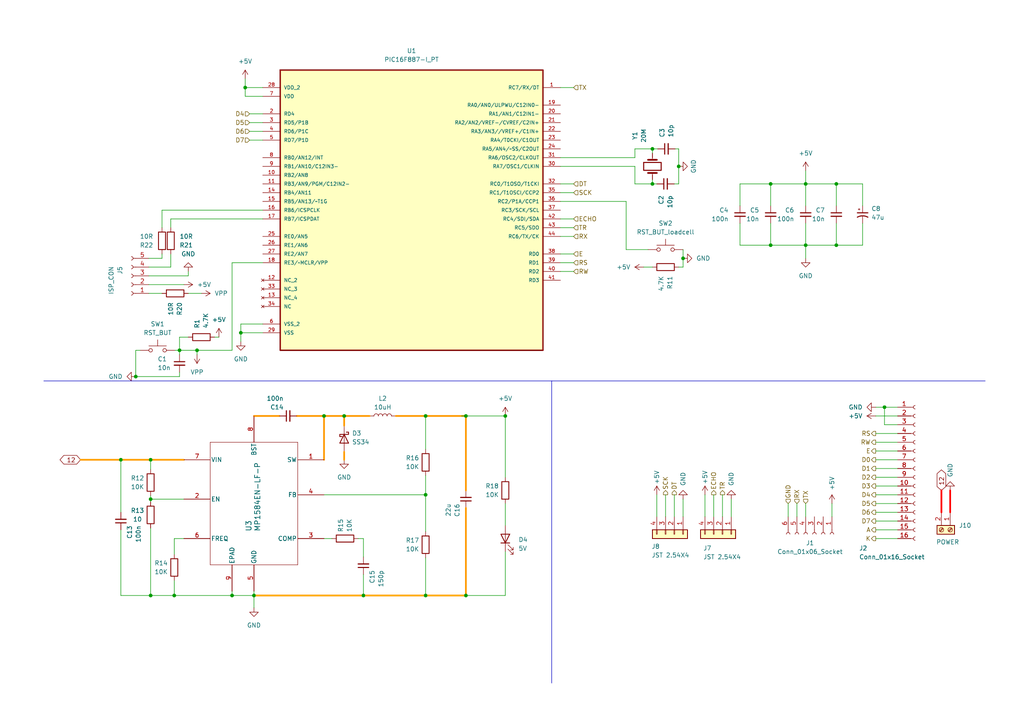
<source format=kicad_sch>
(kicad_sch (version 20231120) (generator "eeschema") (generator_version "8.0")
  (paper "A4")
  (title_block (title "PIC16F887 I/PT ") (date "2025-03-25") (comment 1 "Nguyễn ĐứC Bình") (comment 2 "Nguyễn Đức Anh") (comment 3 "PHENIKAA UNIVERSITY"))
  (lib_symbols
    (symbol "2024-04-07_04-28-10:MP1584EN-LF-P" (pin_names (offset 0.254))
      (property "Reference" "U5" (at 18.796 -20.828 90))
      (property "Value" "MP1584EN-LF-P" (at 21.336 -20.828 90))
      (symbol "MP1584EN-LF-P_0_1"
        (polyline (pts (xy 7.62 -30.48) (xy 33.02 -30.48)) (stroke (width 0.127)))
        (polyline (pts (xy 7.62 5.08) (xy 7.62 -30.48)) (stroke (width 0.127)))
        (polyline (pts (xy 33.02 -30.48) (xy 33.02 5.08)) (stroke (width 0.127)))
        (polyline (pts (xy 33.02 5.08) (xy 7.62 5.08)) (stroke (width 0.127)))
        (pin output line (at 40.64 0 180) (length 7.62) (name "SW") (number "1"))
        (pin input line (at 0 -11.43 0) (length 7.62) (name "EN") (number "2"))
        (pin output line (at 40.64 -22.86 180) (length 7.62) (name "COMP") (number "3"))
        (pin input line (at 40.64 -10.16 180) (length 7.62) (name "FB") (number "4"))
        (pin power_in line (at 20.32 -38.1 90) (length 7.62) (name "GND") (number "5"))
        (pin input line (at 0 -22.86 0) (length 7.62) (name "FREQ") (number "6"))
        (pin power_in line (at 0 0 0) (length 7.62) (name "VIN") (number "7"))
        (pin unspecified line (at 20.32 12.7 270) (length 7.62) (name "BST") (number "8"))
        (pin power_in line (at 13.97 -38.1 90) (length 7.62) (name "EPAD") (number "9"))
      )
    )
    (symbol "Connector:Conn_01x05_Socket" (pin_names (offset 1.016) hide)
      (property "Reference" "J" (at 0 7.62 0))
      (property "Value" "Conn_01x05_Socket" (at 0 -7.62 0))
      (symbol "Conn_01x05_Socket_1_1"
        (arc (start 0 -4.572) (mid -0.5058 -5.08) (end 0 -5.588) (stroke (width 0.1524)))
        (arc (start 0 -2.032) (mid -0.5058 -2.54) (end 0 -3.048) (stroke (width 0.1524)))
        (polyline (pts (xy -1.27 -5.08) (xy -0.508 -5.08)) (stroke (width 0.1524)))
        (polyline (pts (xy -1.27 -2.54) (xy -0.508 -2.54)) (stroke (width 0.1524)))
        (polyline (pts (xy -1.27 0) (xy -0.508 0)) (stroke (width 0.1524)))
        (polyline (pts (xy -1.27 2.54) (xy -0.508 2.54)) (stroke (width 0.1524)))
        (polyline (pts (xy -1.27 5.08) (xy -0.508 5.08)) (stroke (width 0.1524)))
        (arc (start 0 0.508) (mid -0.5058 0) (end 0 -0.508) (stroke (width 0.1524)))
        (arc (start 0 3.048) (mid -0.5058 2.54) (end 0 2.032) (stroke (width 0.1524)))
        (arc (start 0 5.588) (mid -0.5058 5.08) (end 0 4.572) (stroke (width 0.1524)))
        (pin passive line (at -5.08 5.08 0) (length 3.81) (name "Pin_1") (number "1"))
        (pin passive line (at -5.08 2.54 0) (length 3.81) (name "Pin_2") (number "2"))
        (pin passive line (at -5.08 0 0) (length 3.81) (name "Pin_3") (number "3"))
        (pin passive line (at -5.08 -2.54 0) (length 3.81) (name "Pin_4") (number "4"))
        (pin passive line (at -5.08 -5.08 0) (length 3.81) (name "Pin_5") (number "5"))
      )
    )
    (symbol "Connector:Conn_01x06_Socket" (pin_names (offset 1.016) hide)
      (property "Reference" "J" (at 0 7.62 0))
      (property "Value" "Conn_01x06_Socket" (at 0 -10.16 0))
      (symbol "Conn_01x06_Socket_1_1"
        (arc (start 0 -7.112) (mid -0.5058 -7.62) (end 0 -8.128) (stroke (width 0.1524)))
        (arc (start 0 -4.572) (mid -0.5058 -5.08) (end 0 -5.588) (stroke (width 0.1524)))
        (arc (start 0 -2.032) (mid -0.5058 -2.54) (end 0 -3.048) (stroke (width 0.1524)))
        (polyline (pts (xy -1.27 -7.62) (xy -0.508 -7.62)) (stroke (width 0.1524)))
        (polyline (pts (xy -1.27 -5.08) (xy -0.508 -5.08)) (stroke (width 0.1524)))
        (polyline (pts (xy -1.27 -2.54) (xy -0.508 -2.54)) (stroke (width 0.1524)))
        (polyline (pts (xy -1.27 0) (xy -0.508 0)) (stroke (width 0.1524)))
        (polyline (pts (xy -1.27 2.54) (xy -0.508 2.54)) (stroke (width 0.1524)))
        (polyline (pts (xy -1.27 5.08) (xy -0.508 5.08)) (stroke (width 0.1524)))
        (arc (start 0 0.508) (mid -0.5058 0) (end 0 -0.508) (stroke (width 0.1524)))
        (arc (start 0 3.048) (mid -0.5058 2.54) (end 0 2.032) (stroke (width 0.1524)))
        (arc (start 0 5.588) (mid -0.5058 5.08) (end 0 4.572) (stroke (width 0.1524)))
        (pin passive line (at -5.08 5.08 0) (length 3.81) (name "Pin_1") (number "1"))
        (pin passive line (at -5.08 2.54 0) (length 3.81) (name "Pin_2") (number "2"))
        (pin passive line (at -5.08 0 0) (length 3.81) (name "Pin_3") (number "3"))
        (pin passive line (at -5.08 -2.54 0) (length 3.81) (name "Pin_4") (number "4"))
        (pin passive line (at -5.08 -5.08 0) (length 3.81) (name "Pin_5") (number "5"))
        (pin passive line (at -5.08 -7.62 0) (length 3.81) (name "Pin_6") (number "6"))
      )
    )
    (symbol "Connector:Conn_01x16_Socket" (pin_names (offset 1.016) hide)
      (property "Reference" "J" (at 0 20.32 0))
      (property "Value" "Conn_01x16_Socket" (at 0 -22.86 0))
      (symbol "Conn_01x16_Socket_1_1"
        (arc (start 0 -19.812) (mid -0.5058 -20.32) (end 0 -20.828) (stroke (width 0.1524)))
        (arc (start 0 -17.272) (mid -0.5058 -17.78) (end 0 -18.288) (stroke (width 0.1524)))
        (arc (start 0 -14.732) (mid -0.5058 -15.24) (end 0 -15.748) (stroke (width 0.1524)))
        (arc (start 0 -12.192) (mid -0.5058 -12.7) (end 0 -13.208) (stroke (width 0.1524)))
        (arc (start 0 -9.652) (mid -0.5058 -10.16) (end 0 -10.668) (stroke (width 0.1524)))
        (arc (start 0 -7.112) (mid -0.5058 -7.62) (end 0 -8.128) (stroke (width 0.1524)))
        (arc (start 0 -4.572) (mid -0.5058 -5.08) (end 0 -5.588) (stroke (width 0.1524)))
        (arc (start 0 -2.032) (mid -0.5058 -2.54) (end 0 -3.048) (stroke (width 0.1524)))
        (polyline (pts (xy -1.27 -20.32) (xy -0.508 -20.32)) (stroke (width 0.1524)))
        (polyline (pts (xy -1.27 -17.78) (xy -0.508 -17.78)) (stroke (width 0.1524)))
        (polyline (pts (xy -1.27 -15.24) (xy -0.508 -15.24)) (stroke (width 0.1524)))
        (polyline (pts (xy -1.27 -12.7) (xy -0.508 -12.7)) (stroke (width 0.1524)))
        (polyline (pts (xy -1.27 -10.16) (xy -0.508 -10.16)) (stroke (width 0.1524)))
        (polyline (pts (xy -1.27 -7.62) (xy -0.508 -7.62)) (stroke (width 0.1524)))
        (polyline (pts (xy -1.27 -5.08) (xy -0.508 -5.08)) (stroke (width 0.1524)))
        (polyline (pts (xy -1.27 -2.54) (xy -0.508 -2.54)) (stroke (width 0.1524)))
        (polyline (pts (xy -1.27 0) (xy -0.508 0)) (stroke (width 0.1524)))
        (polyline (pts (xy -1.27 2.54) (xy -0.508 2.54)) (stroke (width 0.1524)))
        (polyline (pts (xy -1.27 5.08) (xy -0.508 5.08)) (stroke (width 0.1524)))
        (polyline (pts (xy -1.27 7.62) (xy -0.508 7.62)) (stroke (width 0.1524)))
        (polyline (pts (xy -1.27 10.16) (xy -0.508 10.16)) (stroke (width 0.1524)))
        (polyline (pts (xy -1.27 12.7) (xy -0.508 12.7)) (stroke (width 0.1524)))
        (polyline (pts (xy -1.27 15.24) (xy -0.508 15.24)) (stroke (width 0.1524)))
        (polyline (pts (xy -1.27 17.78) (xy -0.508 17.78)) (stroke (width 0.1524)))
        (arc (start 0 0.508) (mid -0.5058 0) (end 0 -0.508) (stroke (width 0.1524)))
        (arc (start 0 3.048) (mid -0.5058 2.54) (end 0 2.032) (stroke (width 0.1524)))
        (arc (start 0 5.588) (mid -0.5058 5.08) (end 0 4.572) (stroke (width 0.1524)))
        (arc (start 0 8.128) (mid -0.5058 7.62) (end 0 7.112) (stroke (width 0.1524)))
        (arc (start 0 10.668) (mid -0.5058 10.16) (end 0 9.652) (stroke (width 0.1524)))
        (arc (start 0 13.208) (mid -0.5058 12.7) (end 0 12.192) (stroke (width 0.1524)))
        (arc (start 0 15.748) (mid -0.5058 15.24) (end 0 14.732) (stroke (width 0.1524)))
        (arc (start 0 18.288) (mid -0.5058 17.78) (end 0 17.272) (stroke (width 0.1524)))
        (pin passive line (at -5.08 17.78 0) (length 3.81) (name "Pin_1") (number "1"))
        (pin passive line (at -5.08 -5.08 0) (length 3.81) (name "Pin_10") (number "10"))
        (pin passive line (at -5.08 -7.62 0) (length 3.81) (name "Pin_11") (number "11"))
        (pin passive line (at -5.08 -10.16 0) (length 3.81) (name "Pin_12") (number "12"))
        (pin passive line (at -5.08 -12.7 0) (length 3.81) (name "Pin_13") (number "13"))
        (pin passive line (at -5.08 -15.24 0) (length 3.81) (name "Pin_14") (number "14"))
        (pin passive line (at -5.08 -17.78 0) (length 3.81) (name "Pin_15") (number "15"))
        (pin passive line (at -5.08 -20.32 0) (length 3.81) (name "Pin_16") (number "16"))
        (pin passive line (at -5.08 15.24 0) (length 3.81) (name "Pin_2") (number "2"))
        (pin passive line (at -5.08 12.7 0) (length 3.81) (name "Pin_3") (number "3"))
        (pin passive line (at -5.08 10.16 0) (length 3.81) (name "Pin_4") (number "4"))
        (pin passive line (at -5.08 7.62 0) (length 3.81) (name "Pin_5") (number "5"))
        (pin passive line (at -5.08 5.08 0) (length 3.81) (name "Pin_6") (number "6"))
        (pin passive line (at -5.08 2.54 0) (length 3.81) (name "Pin_7") (number "7"))
        (pin passive line (at -5.08 0 0) (length 3.81) (name "Pin_8") (number "8"))
        (pin passive line (at -5.08 -2.54 0) (length 3.81) (name "Pin_9") (number "9"))
      )
    )
    (symbol "Connector:Screw_Terminal_01x02" (pin_names (offset 1.016) hide)
      (property "Reference" "J" (at 0 2.54 0))
      (property "Value" "Screw_Terminal_01x02" (at 0 -5.08 0))
      (symbol "Screw_Terminal_01x02_1_1"
        (rectangle (start -1.27 1.27) (end 1.27 -3.81) (stroke (width 0.254)) (fill (type background)))
        (circle (center 0 -2.54) (radius 0.635) (stroke (width 0.1524)))
        (polyline (pts (xy -0.5334 -2.2098) (xy 0.3302 -3.048)) (stroke (width 0.1524)))
        (polyline (pts (xy -0.5334 0.3302) (xy 0.3302 -0.508)) (stroke (width 0.1524)))
        (polyline (pts (xy -0.3556 -2.032) (xy 0.508 -2.8702)) (stroke (width 0.1524)))
        (polyline (pts (xy -0.3556 0.508) (xy 0.508 -0.3302)) (stroke (width 0.1524)))
        (circle (center 0 0) (radius 0.635) (stroke (width 0.1524)))
        (pin passive line (at -5.08 0 0) (length 3.81) (name "Pin_1") (number "1"))
        (pin passive line (at -5.08 -2.54 0) (length 3.81) (name "Pin_2") (number "2"))
      )
    )
    (symbol "Connector_Generic:Conn_01x04" (pin_names (offset 1.016) hide)
      (property "Reference" "J" (at 0 5.08 0))
      (property "Value" "Conn_01x04" (at 0 -7.62 0))
      (symbol "Conn_01x04_1_1"
        (rectangle (start -1.27 -4.953) (end 0 -5.207) (stroke (width 0.1524)))
        (rectangle (start -1.27 -2.413) (end 0 -2.667) (stroke (width 0.1524)))
        (rectangle (start -1.27 0.127) (end 0 -0.127) (stroke (width 0.1524)))
        (rectangle (start -1.27 2.667) (end 0 2.413) (stroke (width 0.1524)))
        (rectangle (start -1.27 3.81) (end 1.27 -6.35) (stroke (width 0.254)) (fill (type background)))
        (pin passive line (at -5.08 2.54 0) (length 3.81) (name "Pin_1") (number "1"))
        (pin passive line (at -5.08 0 0) (length 3.81) (name "Pin_2") (number "2"))
        (pin passive line (at -5.08 -2.54 0) (length 3.81) (name "Pin_3") (number "3"))
        (pin passive line (at -5.08 -5.08 0) (length 3.81) (name "Pin_4") (number "4"))
      )
    )
    (symbol "Device:C_Polarized_Small_US" (pin_numbers hide) (pin_names (offset 0.254) hide)
      (property "Reference" "C" (at 0.254 1.778 0))
      (property "Value" "C_Polarized_Small_US" (at 0.254 -2.032 0))
      (symbol "C_Polarized_Small_US_0_1"
        (polyline (pts (xy -1.524 0.508) (xy 1.524 0.508)) (stroke (width 0.3048)))
        (polyline (pts (xy -1.27 1.524) (xy -0.762 1.524)))
        (polyline (pts (xy -1.016 1.27) (xy -1.016 1.778)))
        (arc (start 1.524 -0.762) (mid 0 -0.3734) (end -1.524 -0.762) (stroke (width 0.3048)))
      )
      (symbol "C_Polarized_Small_US_1_1"
        (pin passive line (at 0 2.54 270) (length 2.032) (name "~") (number "1"))
        (pin passive line (at 0 -2.54 90) (length 2.032) (name "~") (number "2"))
      )
    )
    (symbol "Device:C_Small" (pin_numbers hide) (pin_names (offset 0.254) hide)
      (property "Reference" "C" (at 0.254 1.778 0))
      (property "Value" "C_Small" (at 0.254 -2.032 0))
      (symbol "C_Small_0_1"
        (polyline (pts (xy -1.524 -0.508) (xy 1.524 -0.508)) (stroke (width 0.3302)))
        (polyline (pts (xy -1.524 0.508) (xy 1.524 0.508)) (stroke (width 0.3048)))
      )
      (symbol "C_Small_1_1"
        (pin passive line (at 0 2.54 270) (length 2.032) (name "~") (number "1"))
        (pin passive line (at 0 -2.54 90) (length 2.032) (name "~") (number "2"))
      )
    )
    (symbol "Device:Crystal" (pin_numbers hide) (pin_names (offset 1.016) hide)
      (property "Reference" "Y" (at 0 3.81 0))
      (property "Value" "Crystal" (at 0 -3.81 0))
      (symbol "Crystal_0_1"
        (rectangle (start -1.143 2.54) (end 1.143 -2.54) (stroke (width 0.3048)))
        (polyline (pts (xy -2.54 0) (xy -1.905 0)))
        (polyline (pts (xy -1.905 -1.27) (xy -1.905 1.27)) (stroke (width 0.508)))
        (polyline (pts (xy 1.905 -1.27) (xy 1.905 1.27)) (stroke (width 0.508)))
        (polyline (pts (xy 2.54 0) (xy 1.905 0)))
      )
      (symbol "Crystal_1_1"
        (pin passive line (at -3.81 0 0) (length 1.27) (name "1") (number "1"))
        (pin passive line (at 3.81 0 180) (length 1.27) (name "2") (number "2"))
      )
    )
    (symbol "Device:L" (pin_numbers hide) (pin_names (offset 1.016) hide)
      (property "Reference" "L" (at -1.27 0 90))
      (property "Value" "L" (at 1.905 0 90))
      (symbol "L_0_1"
        (arc (start 0 -2.54) (mid 0.6323 -1.905) (end 0 -1.27))
        (arc (start 0 -1.27) (mid 0.6323 -0.635) (end 0 0))
        (arc (start 0 0) (mid 0.6323 0.635) (end 0 1.27))
        (arc (start 0 1.27) (mid 0.6323 1.905) (end 0 2.54))
      )
      (symbol "L_1_1"
        (pin passive line (at 0 3.81 270) (length 1.27) (name "1") (number "1"))
        (pin passive line (at 0 -3.81 90) (length 1.27) (name "2") (number "2"))
      )
    )
    (symbol "Device:LED" (pin_numbers hide) (pin_names (offset 1.016) hide)
      (property "Reference" "D" (at 0 2.54 0))
      (property "Value" "LED" (at 0 -2.54 0))
      (symbol "LED_0_1"
        (polyline (pts (xy -1.27 -1.27) (xy -1.27 1.27)) (stroke (width 0.254)))
        (polyline (pts (xy -1.27 0) (xy 1.27 0)))
        (polyline (pts (xy 1.27 -1.27) (xy 1.27 1.27) (xy -1.27 0) (xy 1.27 -1.27)) (stroke (width 0.254)))
        (polyline (pts (xy -3.048 -0.762) (xy -4.572 -2.286) (xy -3.81 -2.286) (xy -4.572 -2.286) (xy -4.572 -1.524)))
        (polyline (pts (xy -1.778 -0.762) (xy -3.302 -2.286) (xy -2.54 -2.286) (xy -3.302 -2.286) (xy -3.302 -1.524)))
      )
      (symbol "LED_1_1"
        (pin passive line (at -3.81 0 0) (length 2.54) (name "K") (number "1"))
        (pin passive line (at 3.81 0 180) (length 2.54) (name "A") (number "2"))
      )
    )
    (symbol "Device:R" (pin_numbers hide) (pin_names (offset 0))
      (property "Reference" "R" (at 2.032 0 90))
      (property "Value" "R" (at 0 0 90))
      (symbol "R_0_1"
        (rectangle (start -1.016 -2.54) (end 1.016 2.54) (stroke (width 0.254)))
      )
      (symbol "R_1_1"
        (pin passive line (at 0 3.81 270) (length 1.27) (name "~") (number "1"))
        (pin passive line (at 0 -3.81 90) (length 1.27) (name "~") (number "2"))
      )
    )
    (symbol "Diode:1N5711UR" (pin_numbers hide) (pin_names (offset 1.016) hide)
      (property "Reference" "D" (at 0 2.54 0))
      (property "Value" "1N5711UR" (at 0 -2.54 0))
      (symbol "1N5711UR_0_1"
        (polyline (pts (xy 1.27 0) (xy -1.27 0)))
        (polyline (pts (xy 1.27 1.27) (xy 1.27 -1.27) (xy -1.27 0) (xy 1.27 1.27)) (stroke (width 0.254)))
        (polyline (pts (xy -1.905 0.635) (xy -1.905 1.27) (xy -1.27 1.27) (xy -1.27 -1.27) (xy -0.635 -1.27) (xy -0.635 -0.635)) (stroke (width 0.254)))
      )
      (symbol "1N5711UR_1_1"
        (pin passive line (at -3.81 0 0) (length 2.54) (name "K") (number "1"))
        (pin passive line (at 3.81 0 180) (length 2.54) (name "A") (number "2"))
      )
    )
    (symbol "GND_1" (power) (pin_numbers hide) (pin_names (offset 0) hide)
      (property "Value" "GND" (at 0 -3.81 0))
      (symbol "GND_1_0_1"
        (polyline (pts (xy 0 0) (xy 0 -1.27) (xy 1.27 -1.27) (xy 0 -2.54) (xy -1.27 -1.27) (xy 0 -1.27)))
      )
      (symbol "GND_1_1_1"
        (pin power_in line (at 0 0 270) (length 0) (name "~") (number "1"))
      )
    )
    (symbol "PIC16F887-I_PT:PIC16F887-I_PT" (pin_names (offset 1.016))
      (property "Reference" "U" (at -6.8716 40.1864 0))
      (property "Value" "PIC16F887-I_PT" (at -5.6667 -46.9087 0))
      (symbol "PIC16F887-I_PT_0_0"
        (rectangle (start -38.1 -43.18) (end 38.1 38.1) (stroke (width 0.4064)) (fill (type background)))
        (pin bidirectional line (at 43.18 33.02 180) (length 5.08) (name "RC7/RX/DT") (number "1"))
        (pin bidirectional line (at -43.18 7.62 0) (length 5.08) (name "RB2/AN8") (number "10"))
        (pin bidirectional line (at -43.18 5.08 0) (length 5.08) (name "RB3/AN9/PGM/C12IN2-") (number "11"))
        (pin no_connect line (at -43.18 -22.86 0) (length 5.08) (name "NC_2") (number "12"))
        (pin no_connect line (at -43.18 -27.94 0) (length 5.08) (name "NC_4") (number "13"))
        (pin bidirectional line (at -43.18 2.54 0) (length 5.08) (name "RB4/AN11") (number "14"))
        (pin bidirectional line (at -43.18 0 0) (length 5.08) (name "RB5/AN13/~T1G") (number "15"))
        (pin bidirectional line (at -43.18 -2.54 0) (length 5.08) (name "RB6/ICSPCLK") (number "16"))
        (pin bidirectional line (at -43.18 -5.08 0) (length 5.08) (name "RB7/ICSPDAT") (number "17"))
        (pin bidirectional line (at -43.18 -17.78 0) (length 5.08) (name "RE3/~MCLR/VPP") (number "18"))
        (pin bidirectional line (at 43.18 27.94 180) (length 5.08) (name "RA0/AN0/ULPWU/C12IN0-") (number "19"))
        (pin bidirectional line (at -43.18 25.4 0) (length 5.08) (name "RD4") (number "2"))
        (pin bidirectional line (at 43.18 25.4 180) (length 5.08) (name "RA1/AN1/C12IN1-") (number "20"))
        (pin bidirectional line (at 43.18 22.86 180) (length 5.08) (name "RA2/AN2/VREF-/CVREF/C2IN+") (number "21"))
        (pin bidirectional line (at 43.18 20.32 180) (length 5.08) (name "RA3/AN3//VREF+/C1IN+") (number "22"))
        (pin bidirectional line (at 43.18 17.78 180) (length 5.08) (name "RA4/T0CKI/C1OUT") (number "23"))
        (pin bidirectional line (at 43.18 15.24 180) (length 5.08) (name "RA5/AN4/~SS/C2OUT") (number "24"))
        (pin bidirectional line (at -43.18 -10.16 0) (length 5.08) (name "RE0/AN5") (number "25"))
        (pin bidirectional line (at -43.18 -12.7 0) (length 5.08) (name "RE1/AN6") (number "26"))
        (pin bidirectional line (at -43.18 -15.24 0) (length 5.08) (name "RE2/AN7") (number "27"))
        (pin power_in line (at -43.18 33.02 0) (length 5.08) (name "VDD_2") (number "28"))
        (pin passive line (at -43.18 -38.1 0) (length 5.08) (name "VSS") (number "29"))
        (pin bidirectional line (at -43.18 22.86 0) (length 5.08) (name "RD5/P1B") (number "3"))
        (pin bidirectional line (at 43.18 10.16 180) (length 5.08) (name "RA7/OSC1/CLKIN") (number "30"))
        (pin bidirectional line (at 43.18 12.7 180) (length 5.08) (name "RA6/OSC2/CLKOUT") (number "31"))
        (pin bidirectional line (at 43.18 5.08 180) (length 5.08) (name "RC0/T1OSO/T1CKI") (number "32"))
        (pin no_connect line (at -43.18 -25.4 0) (length 5.08) (name "NC_3") (number "33"))
        (pin no_connect line (at -43.18 -30.48 0) (length 5.08) (name "NC") (number "34"))
        (pin bidirectional line (at 43.18 2.54 180) (length 5.08) (name "RC1/T1OSCI/CCP2") (number "35"))
        (pin bidirectional line (at 43.18 0 180) (length 5.08) (name "RC2/P1A/CCP1") (number "36"))
        (pin bidirectional line (at 43.18 -2.54 180) (length 5.08) (name "RC3/SCK/SCL") (number "37"))
        (pin bidirectional line (at 43.18 -15.24 180) (length 5.08) (name "RD0") (number "38"))
        (pin bidirectional line (at 43.18 -17.78 180) (length 5.08) (name "RD1") (number "39"))
        (pin bidirectional line (at -43.18 20.32 0) (length 5.08) (name "RD6/P1C") (number "4"))
        (pin bidirectional line (at 43.18 -20.32 180) (length 5.08) (name "RD2") (number "40"))
        (pin bidirectional line (at 43.18 -22.86 180) (length 5.08) (name "RD3") (number "41"))
        (pin bidirectional line (at 43.18 -5.08 180) (length 5.08) (name "RC4/SDI/SDA") (number "42"))
        (pin bidirectional line (at 43.18 -7.62 180) (length 5.08) (name "RC5/SDO") (number "43"))
        (pin bidirectional line (at 43.18 -10.16 180) (length 5.08) (name "RC6/TX/CK") (number "44"))
        (pin bidirectional line (at -43.18 17.78 0) (length 5.08) (name "RD7/P1D") (number "5"))
        (pin passive line (at -43.18 -35.56 0) (length 5.08) (name "VSS_2") (number "6"))
        (pin power_in line (at -43.18 30.48 0) (length 5.08) (name "VDD") (number "7"))
        (pin bidirectional line (at -43.18 12.7 0) (length 5.08) (name "RB0/AN12/INT") (number "8"))
        (pin bidirectional line (at -43.18 10.16 0) (length 5.08) (name "RB1/AN10/C12IN3-") (number "9"))
      )
    )
    (symbol "Switch:SW_Push" (pin_numbers hide) (pin_names (offset 1.016) hide)
      (property "Reference" "SW" (at 1.27 2.54 0))
      (property "Value" "SW_Push" (at 0 -1.524 0))
      (symbol "SW_Push_0_1"
        (circle (center -2.032 0) (radius 0.508))
        (polyline (pts (xy 0 1.27) (xy 0 3.048)))
        (polyline (pts (xy 2.54 1.27) (xy -2.54 1.27)))
        (circle (center 2.032 0) (radius 0.508))
        (pin passive line (at -5.08 0 0) (length 2.54) (name "1") (number "1"))
        (pin passive line (at 5.08 0 180) (length 2.54) (name "2") (number "2"))
      )
    )
    (symbol "power:+5V" (power) (pin_names (offset 0))
      (property "Value" "+5V" (at 0 3.556 0))
      (symbol "+5V_0_1"
        (polyline (pts (xy -0.762 1.27) (xy 0 2.54)))
        (polyline (pts (xy 0 0) (xy 0 2.54)))
        (polyline (pts (xy 0 2.54) (xy 0.762 1.27)))
      )
      (symbol "+5V_1_1"
        (pin power_in line (at 0 0 90) (length 0) hide (name "+5V") (number "1"))
      )
    )
    (symbol "power:GND" (power) (pin_names (offset 0))
      (property "Value" "GND" (at 0 -3.81 0))
      (symbol "GND_0_1"
        (polyline (pts (xy 0 0) (xy 0 -1.27) (xy 1.27 -1.27) (xy 0 -2.54) (xy -1.27 -1.27) (xy 0 -1.27)))
      )
      (symbol "GND_1_1"
        (pin power_in line (at 0 0 270) (length 0) hide (name "GND") (number "1"))
      )
    )
    (symbol "power:VPP" (power) (pin_names (offset 0))
      (property "Value" "VPP" (at 0 3.81 0))
      (symbol "VPP_0_1"
        (polyline (pts (xy -0.762 1.27) (xy 0 2.54)))
        (polyline (pts (xy 0 0) (xy 0 2.54)))
        (polyline (pts (xy 0 2.54) (xy 0.762 1.27)))
      )
      (symbol "VPP_1_1"
        (pin power_in line (at 0 0 90) (length 0) hide (name "VPP") (number "1"))
      )
    )
  )
  (junction (at 50.546 172.72))
  (junction (at 71.12 25.4))
  (junction (at 123.444 172.72))
  (junction (at 43.688 133.35))
  (junction (at 223.52 53.34))
  (junction (at 256.54 118.11))
  (junction (at 93.98 120.65))
  (junction (at 223.52 71.12))
  (junction (at 57.15 101.6))
  (junction (at 43.688 172.72))
  (junction (at 35.052 133.35))
  (junction (at 99.822 120.65))
  (junction (at 242.57 71.12))
  (junction (at 189.23 53.34))
  (junction (at 39.37 109.22))
  (junction (at 146.558 120.65))
  (junction (at 52.07 101.6))
  (junction (at 196.85 48.26))
  (junction (at 123.444 120.65))
  (junction (at 69.85 96.52))
  (junction (at 242.57 53.34))
  (junction (at 43.688 144.78))
  (junction (at 135.128 172.72))
  (junction (at 233.68 53.34))
  (junction (at 233.68 71.12))
  (junction (at 135.128 120.65))
  (junction (at 189.23 43.18))
  (junction (at 67.31 172.72))
  (junction (at 123.444 143.51))
  (junction (at 198.12 74.93))
  (junction (at 105.41 172.72))
  (junction (at 73.66 172.72))
  (wire (pts (xy 254 120.65) (xy 260.35 120.65)))
  (wire (pts (xy 162.56 48.26) (xy 184.15 48.26)))
  (wire (pts (xy 190.754 43.18) (xy 189.23 43.18)))
  (wire (pts (xy 250.19 53.34) (xy 250.19 59.69)))
  (polyline (pts (xy 160.02 110.49) (xy 160.02 198.12)) (stroke (width 0) (type solid)))
  (wire (pts (xy 49.53 77.47) (xy 49.53 73.66)))
  (wire (pts (xy 233.68 64.77) (xy 233.68 71.12)))
  (wire (pts (xy 43.688 143.764) (xy 43.688 144.78)))
  (wire (pts (xy 162.56 66.04) (xy 166.37 66.04)))
  (wire (pts (xy 69.85 96.52) (xy 69.85 99.06)))
  (wire (pts (xy 52.07 101.6) (xy 52.07 102.87)))
  (wire (pts (xy 69.85 96.52) (xy 76.2 96.52)))
  (wire (pts (xy 99.822 120.65) (xy 107.188 120.65)) (stroke (width 0.5) (color 255 153 0 1)))
  (wire (pts (xy 67.31 171.45) (xy 67.31 172.72)))
  (wire (pts (xy 242.57 71.12) (xy 250.19 71.12)))
  (wire (pts (xy 39.37 101.6) (xy 39.37 109.22)))
  (wire (pts (xy 73.66 120.65) (xy 81.026 120.65)) (stroke (width 0.5) (color 255 153 0 1)))
  (wire (pts (xy 212.09 144.78) (xy 212.09 149.86)))
  (wire (pts (xy 162.56 45.72) (xy 184.15 45.72)))
  (wire (pts (xy 162.56 68.58) (xy 166.37 68.58)))
  (wire (pts (xy 254 143.51) (xy 260.35 143.51)))
  (wire (pts (xy 196.85 53.34) (xy 195.58 53.34)))
  (wire (pts (xy 53.34 144.78) (xy 43.688 144.78)))
  (wire (pts (xy 50.546 172.72) (xy 67.31 172.72)))
  (wire (pts (xy 254 128.27) (xy 260.35 128.27)))
  (wire (pts (xy 241.3 146.05) (xy 241.3 149.86)))
  (wire (pts (xy 123.444 143.51) (xy 123.444 154.178)))
  (wire (pts (xy 198.12 72.39) (xy 198.12 74.93)))
  (wire (pts (xy 69.85 93.98) (xy 69.85 96.52)))
  (wire (pts (xy 223.52 53.34) (xy 223.52 59.69)))
  (wire (pts (xy 46.99 74.93) (xy 46.99 73.66)))
  (wire (pts (xy 256.54 118.11) (xy 260.35 118.11)))
  (wire (pts (xy 184.15 53.34) (xy 189.23 53.34)))
  (wire (pts (xy 254 133.35) (xy 260.35 133.35)))
  (wire (pts (xy 46.99 66.04) (xy 46.99 60.96)))
  (wire (pts (xy 105.41 166.624) (xy 105.41 172.72)))
  (wire (pts (xy 114.808 120.65) (xy 123.444 120.65)) (stroke (width 0.5) (color 255 153 0 1)))
  (wire (pts (xy 242.57 53.34) (xy 242.57 59.69)))
  (wire (pts (xy 233.68 71.12) (xy 242.57 71.12)))
  (wire (pts (xy 254 146.05) (xy 260.35 146.05)))
  (wire (pts (xy 72.39 33.02) (xy 76.2 33.02)))
  (wire (pts (xy 190.5 143.51) (xy 190.5 149.86)))
  (wire (pts (xy 99.822 131.064) (xy 99.822 133.35)) (stroke (width 0.5) (color 255 153 0 1)))
  (wire (pts (xy 43.688 172.72) (xy 50.546 172.72)))
  (wire (pts (xy 146.558 120.65) (xy 146.558 138.43)))
  (wire (pts (xy 162.56 25.4) (xy 166.37 25.4)))
  (wire (pts (xy 93.98 156.21) (xy 96.266 156.21)))
  (wire (pts (xy 214.63 64.77) (xy 214.63 71.12)))
  (wire (pts (xy 50.8 101.6) (xy 52.07 101.6)))
  (wire (pts (xy 50.546 160.782) (xy 50.546 156.21)))
  (wire (pts (xy 181.61 58.42) (xy 162.56 58.42)))
  (wire (pts (xy 54.61 80.01) (xy 43.18 80.01)))
  (wire (pts (xy 184.15 48.26) (xy 184.15 53.34)))
  (wire (pts (xy 189.23 44.45) (xy 189.23 43.18)))
  (wire (pts (xy 198.12 74.93) (xy 198.12 77.47)))
  (wire (pts (xy 39.37 101.6) (xy 40.64 101.6)))
  (wire (pts (xy 71.12 27.94) (xy 76.2 27.94)))
  (wire (pts (xy 189.23 53.34) (xy 189.23 52.07)))
  (wire (pts (xy 254 151.13) (xy 260.35 151.13)))
  (wire (pts (xy 133.858 120.65) (xy 135.128 120.65)))
  (wire (pts (xy 49.53 77.47) (xy 43.18 77.47)))
  (wire (pts (xy 214.63 71.12) (xy 223.52 71.12)))
  (wire (pts (xy 254 153.67) (xy 260.35 153.67)))
  (wire (pts (xy 43.688 144.78) (xy 43.688 145.542)))
  (wire (pts (xy 228.6 146.05) (xy 228.6 149.86)))
  (wire (pts (xy 105.41 156.21) (xy 105.41 161.544)))
  (wire (pts (xy 187.96 72.39) (xy 181.61 72.39)))
  (wire (pts (xy 273.05 142.24) (xy 273.05 148.59)) (stroke (width 0.5) (color 255 0 0 1)))
  (wire (pts (xy 57.15 101.6) (xy 57.15 102.87)))
  (wire (pts (xy 123.444 130.302) (xy 123.444 120.65)))
  (wire (pts (xy 193.04 143.51) (xy 193.04 149.86)))
  (wire (pts (xy 162.56 63.5) (xy 166.37 63.5)))
  (wire (pts (xy 35.052 133.35) (xy 43.688 133.35)) (stroke (width 0.5) (color 255 153 0 1)))
  (wire (pts (xy 43.688 133.35) (xy 53.34 133.35)) (stroke (width 0.5) (color 255 153 0 1)))
  (wire (pts (xy 162.56 73.66) (xy 166.37 73.66)))
  (wire (pts (xy 275.59 142.24) (xy 275.59 148.59)) (stroke (width 0.5) (color 255 0 0 1)))
  (wire (pts (xy 67.31 76.2) (xy 76.2 76.2)))
  (wire (pts (xy 67.31 101.6) (xy 67.31 76.2)))
  (wire (pts (xy 52.07 97.79) (xy 52.07 101.6)))
  (wire (pts (xy 198.12 144.78) (xy 198.12 149.86)))
  (wire (pts (xy 250.19 64.77) (xy 250.19 71.12)))
  (wire (pts (xy 73.66 172.72) (xy 73.66 176.276)))
  (wire (pts (xy 254 156.21) (xy 260.35 156.21)))
  (wire (pts (xy 53.34 82.55) (xy 43.18 82.55)))
  (wire (pts (xy 49.53 63.5) (xy 76.2 63.5)))
  (wire (pts (xy 123.444 172.72) (xy 135.128 172.72)) (stroke (width 0.5) (color 255 153 0 1)))
  (wire (pts (xy 57.15 101.6) (xy 67.31 101.6)))
  (wire (pts (xy 35.052 148.59) (xy 35.052 133.35)))
  (wire (pts (xy 254 140.97) (xy 260.35 140.97)))
  (wire (pts (xy 72.39 40.64) (xy 76.2 40.64)))
  (wire (pts (xy 93.98 120.65) (xy 93.98 133.35)) (stroke (width 0.5) (color 255 153 0 1)))
  (wire (pts (xy 162.56 55.88) (xy 166.37 55.88)))
  (wire (pts (xy 146.558 160.02) (xy 146.558 172.72)))
  (wire (pts (xy 214.63 53.34) (xy 223.52 53.34)))
  (wire (pts (xy 233.68 71.12) (xy 233.68 74.93)))
  (wire (pts (xy 254 138.43) (xy 260.35 138.43)))
  (wire (pts (xy 73.66 171.45) (xy 73.66 172.72)))
  (wire (pts (xy 35.052 153.67) (xy 35.052 172.72)))
  (wire (pts (xy 135.128 120.65) (xy 135.128 142.24)) (stroke (width 0.5) (color 255 153 0 1)))
  (wire (pts (xy 52.07 109.22) (xy 52.07 107.95)))
  (wire (pts (xy 162.56 53.34) (xy 166.37 53.34)))
  (wire (pts (xy 39.37 109.22) (xy 52.07 109.22)))
  (wire (pts (xy 62.23 97.79) (xy 63.5 97.79)))
  (wire (pts (xy 52.07 101.6) (xy 57.15 101.6)))
  (wire (pts (xy 123.444 161.798) (xy 123.444 172.72)))
  (polyline (pts (xy 12.7 110.49) (xy 285.75 110.49)))
  (wire (pts (xy 71.12 22.86) (xy 71.12 25.4)))
  (wire (pts (xy 207.01 143.51) (xy 207.01 149.86)))
  (wire (pts (xy 242.57 64.77) (xy 242.57 71.12)))
  (wire (pts (xy 73.66 172.72) (xy 105.41 172.72)) (stroke (width 0.5) (color 255 153 0 1)))
  (wire (pts (xy 86.106 120.65) (xy 93.98 120.65)) (stroke (width 0.5) (color 255 153 0 1)))
  (wire (pts (xy 46.99 60.96) (xy 76.2 60.96)))
  (wire (pts (xy 184.15 45.72) (xy 184.15 43.18)))
  (wire (pts (xy 254 135.89) (xy 260.35 135.89)))
  (wire (pts (xy 223.52 71.12) (xy 233.68 71.12)))
  (wire (pts (xy 196.85 43.18) (xy 196.85 48.26)))
  (wire (pts (xy 103.886 156.21) (xy 105.41 156.21)))
  (wire (pts (xy 99.822 120.65) (xy 99.822 123.444)) (stroke (width 0.5) (color 255 153 0 1)))
  (wire (pts (xy 50.546 156.21) (xy 53.34 156.21)))
  (wire (pts (xy 72.39 38.1) (xy 76.2 38.1)))
  (wire (pts (xy 214.63 53.34) (xy 214.63 59.69)))
  (wire (pts (xy 254 148.59) (xy 260.35 148.59)))
  (wire (pts (xy 186.69 77.47) (xy 189.23 77.47)))
  (wire (pts (xy 43.688 153.162) (xy 43.688 172.72)))
  (wire (pts (xy 231.14 146.05) (xy 231.14 149.86)))
  (wire (pts (xy 123.444 120.65) (xy 135.128 120.65)) (stroke (width 0.5) (color 255 153 0 1)))
  (wire (pts (xy 254 130.81) (xy 260.35 130.81)))
  (wire (pts (xy 135.128 147.32) (xy 135.128 172.72)) (stroke (width 0.5) (color 255 153 0 1)))
  (wire (pts (xy 195.834 43.18) (xy 196.85 43.18)))
  (wire (pts (xy 71.12 25.4) (xy 71.12 27.94)))
  (wire (pts (xy 233.68 49.53) (xy 233.68 53.34)))
  (wire (pts (xy 93.98 120.65) (xy 99.822 120.65)) (stroke (width 0.5) (color 255 153 0 1)))
  (wire (pts (xy 181.61 72.39) (xy 181.61 58.42)))
  (wire (pts (xy 135.128 120.65) (xy 146.558 120.65)))
  (wire (pts (xy 72.39 35.56) (xy 76.2 35.56)))
  (wire (pts (xy 196.85 48.26) (xy 196.85 53.34)))
  (wire (pts (xy 105.41 172.72) (xy 123.444 172.72)) (stroke (width 0.5) (color 255 153 0 1)))
  (wire (pts (xy 49.53 66.04) (xy 49.53 63.5)))
  (wire (pts (xy 146.558 146.05) (xy 146.558 152.4)))
  (wire (pts (xy 76.2 93.98) (xy 69.85 93.98)))
  (wire (pts (xy 43.688 133.35) (xy 43.688 136.144)))
  (wire (pts (xy 254 125.73) (xy 260.35 125.73)))
  (wire (pts (xy 54.61 78.74) (xy 54.61 80.01)))
  (wire (pts (xy 233.68 146.05) (xy 233.68 149.86)))
  (wire (pts (xy 46.99 74.93) (xy 43.18 74.93)))
  (wire (pts (xy 50.546 168.402) (xy 50.546 172.72)))
  (wire (pts (xy 54.61 97.79) (xy 52.07 97.79)))
  (wire (pts (xy 256.54 123.19) (xy 256.54 118.11)))
  (wire (pts (xy 242.57 53.34) (xy 250.19 53.34)))
  (wire (pts (xy 195.58 143.51) (xy 195.58 149.86)))
  (wire (pts (xy 67.31 172.72) (xy 73.66 172.72)))
  (wire (pts (xy 58.42 85.09) (xy 54.61 85.09)))
  (wire (pts (xy 23.368 133.35) (xy 35.052 133.35)) (stroke (width 0.5) (color 255 153 0 1)))
  (wire (pts (xy 233.68 53.34) (xy 242.57 53.34)))
  (wire (pts (xy 256.54 123.19) (xy 260.35 123.19)))
  (wire (pts (xy 43.18 85.09) (xy 46.99 85.09)))
  (wire (pts (xy 35.052 172.72) (xy 43.688 172.72)))
  (wire (pts (xy 184.15 43.18) (xy 189.23 43.18)))
  (wire (pts (xy 76.2 25.4) (xy 71.12 25.4)))
  (wire (pts (xy 135.128 172.72) (xy 146.558 172.72)))
  (wire (pts (xy 223.52 53.34) (xy 233.68 53.34)))
  (wire (pts (xy 93.98 143.51) (xy 123.444 143.51)))
  (wire (pts (xy 162.56 76.2) (xy 166.37 76.2)))
  (wire (pts (xy 198.12 77.47) (xy 196.85 77.47)))
  (wire (pts (xy 209.55 143.51) (xy 209.55 149.86)))
  (wire (pts (xy 204.47 143.51) (xy 204.47 149.86)))
  (wire (pts (xy 190.5 53.34) (xy 189.23 53.34)))
  (wire (pts (xy 233.68 53.34) (xy 233.68 59.69)))
  (wire (pts (xy 223.52 64.77) (xy 223.52 71.12)))
  (wire (pts (xy 123.698 172.72) (xy 135.128 172.72)))
  (wire (pts (xy 254 118.11) (xy 256.54 118.11)))
  (wire (pts (xy 162.56 78.74) (xy 166.37 78.74)))
  (wire (pts (xy 123.444 137.922) (xy 123.444 143.51)))
  (global_label "12" (shape bidirectional) (at 273.05 142.24 90) (property "Intersheetrefs" "${INTERSHEET_REFS}" (effects (hide yes))))
  (global_label "12" (shape bidirectional) (at 23.368 133.35 180) (property "Intersheetrefs" "${INTERSHEET_REFS}" (effects (hide yes))))
  (hierarchical_label "D7" (shape input) (at 72.39 40.64 180))
  (hierarchical_label "RW" (shape input) (at 166.37 78.74 0))
  (hierarchical_label "SCK" (shape output) (at 193.04 143.51 90))
  (hierarchical_label "D5" (shape input) (at 72.39 35.56 180))
  (hierarchical_label "D6" (shape input) (at 72.39 38.1 180))
  (hierarchical_label "K" (shape output) (at 254 156.21 180))
  (hierarchical_label "DT" (shape output) (at 195.58 143.51 90))
  (hierarchical_label "TR" (shape output) (at 209.55 143.51 90))
  (hierarchical_label "D3" (shape output) (at 254 140.97 180))
  (hierarchical_label "ECHO" (shape output) (at 207.01 143.51 90))
  (hierarchical_label "D1" (shape output) (at 254 135.89 180))
  (hierarchical_label "TX" (shape input) (at 233.68 146.05 90))
  (hierarchical_label "RS" (shape output) (at 254 125.73 180))
  (hierarchical_label "RX" (shape input) (at 166.37 68.58 0))
  (hierarchical_label "RW" (shape output) (at 254 128.27 180))
  (hierarchical_label "TX" (shape input) (at 166.37 25.4 0))
  (hierarchical_label "D2" (shape output) (at 254 138.43 180))
  (hierarchical_label "A" (shape output) (at 254 153.67 180))
  (hierarchical_label "D7" (shape output) (at 254 151.13 180))
  (hierarchical_label "E" (shape input) (at 166.37 73.66 0))
  (hierarchical_label "RS" (shape input) (at 166.37 76.2 0))
  (hierarchical_label "D4" (shape input) (at 72.39 33.02 180))
  (hierarchical_label "RX" (shape input) (at 231.14 146.05 90))
  (hierarchical_label "SCK" (shape input) (at 166.37 55.88 0))
  (hierarchical_label "TR" (shape input) (at 166.37 66.04 0))
  (hierarchical_label "DT" (shape input) (at 166.37 53.34 0))
  (hierarchical_label "ECHO" (shape input) (at 166.37 63.5 0))
  (hierarchical_label "D6" (shape output) (at 254 148.59 180))
  (hierarchical_label "D4" (shape output) (at 254 143.51 180))
  (hierarchical_label "GND" (shape input) (at 228.6 146.05 90))
  (hierarchical_label "D5" (shape output) (at 254 146.05 180))
  (hierarchical_label "E" (shape output) (at 254 130.81 180))
  (hierarchical_label "D0" (shape output) (at 254 133.35 180))
  (symbol (lib_id "Connector:Conn_01x06_Socket") (at 236.22 154.94 270) (unit 1)
    (property "Reference" "J1" (at 234.95 157.48 90))
    (property "Value" "Conn_01x06_Socket" (at 234.95 160.02 90))
    (property "Footprint" "Connector_PinSocket_2.54mm:PinSocket_1x06_P2.54mm_Vertical" (effects (hide yes)))
    (property "Description" "Generic connector, single row, 01x06, script generated" (effects (hide yes)))
  )
  (symbol (lib_id "power:+5V") (at 204.47 143.51 0) (unit 1)
    (property "Reference" "#PWR026" (effects (hide yes)))
    (property "Value" "+5V" (at 204.47 136.398 90) (effects (justify right)))
  )
  (symbol (lib_id "power:+5V") (at 63.5 97.79 0) (unit 1)
    (property "Reference" "#PWR02" (effects (hide yes)))
    (property "Value" "+5V" (at 63.5 92.71 0))
  )
  (symbol (lib_id "Device:R") (at 43.688 149.352 0) (mirror x) (unit 1)
    (property "Reference" "R13" (at 39.878 148.082 0))
    (property "Value" "10" (at 39.878 150.622 0))
    (property "Footprint" "Resistor_SMD:R_0603_1608Metric" (effects (hide yes)))
  )
  (symbol (lib_id "power:GND") (at 99.822 133.35 0) (unit 1)
    (property "Reference" "#PWR021" (effects (hide yes)))
    (property "Value" "GND" (at 99.822 138.43 0))
  )
  (symbol (lib_id "Device:R") (at 50.546 164.592 0) (mirror x) (unit 1)
    (property "Reference" "R14" (at 46.736 163.322 0))
    (property "Value" "10K" (at 46.736 165.862 0))
    (property "Footprint" "Resistor_SMD:R_0603_1608Metric" (effects (hide yes)))
  )
  (symbol (lib_id "Device:C_Small") (at 223.52 62.23 0) (mirror y) (unit 1)
    (property "Reference" "C5" (at 220.218 60.9663 0) (effects (justify left)))
    (property "Value" "10n" (at 220.218 63.5063 0) (effects (justify left)))
    (property "Footprint" "Capacitor_SMD:C_0603_1608Metric" (effects (hide yes)))
    (property "LKCL" "CLA1303" (effects (hide yes)))
  )
  (symbol (lib_id "power:VPP") (at 57.15 102.87 180) (unit 1)
    (property "Reference" "#PWR03" (effects (hide yes)))
    (property "Value" "VPP" (at 57.15 107.95 0))
  )
  (symbol (lib_id "Device:R") (at 100.076 156.21 270) (unit 1)
    (property "Reference" "R15" (at 98.806 152.4 0))
    (property "Value" "10K" (at 101.346 152.4 0))
    (property "Footprint" "Resistor_SMD:R_0603_1608Metric" (effects (hide yes)))
  )
  (symbol (lib_id "power:GND") (at 198.12 144.78 180) (unit 1)
    (property "Reference" "#PWR030" (effects (hide yes)))
    (property "Value" "GND" (at 198.12 140.97 90) (effects (justify right)))
  )
  (symbol (lib_id "Device:R") (at 50.8 85.09 270) (mirror x) (unit 1)
    (property "Reference" "R20" (at 52.07 87.63 0) (effects (justify right)))
    (property "Value" "10R" (at 49.53 87.63 0) (effects (justify right)))
    (property "Footprint" "Resistor_SMD:R_0603_1608Metric" (effects (hide yes)))
    (property "LKCL" "CL05930" (effects (hide yes)))
  )
  (symbol (lib_id "Device:C_Small") (at 193.04 53.34 90) (mirror x) (unit 1)
    (property "Reference" "C2" (at 191.7763 56.642 0) (effects (justify left)))
    (property "Value" "10p" (at 194.3163 56.642 0) (effects (justify left)))
    (property "Footprint" "Capacitor_SMD:C_0603_1608Metric" (effects (hide yes)))
    (property "LKCL" "CLA1296" (effects (hide yes)))
  )
  (symbol (lib_id "Connector_Generic:Conn_01x04") (at 195.58 154.94 270) (unit 1)
    (property "Reference" "J8" (at 188.976 158.496 90) (effects (justify left)))
    (property "Value" "JST 2.54X4" (at 188.976 161.036 90) (effects (justify left)))
    (property "Footprint" "Connector_PinHeader_2.54mm:PinHeader_1x04_P2.54mm_Vertical" (effects (hide yes)))
  )
  (symbol (lib_id "power:+5V") (at 254 120.65 90) (unit 1)
    (property "Reference" "#PWR010" (effects (hide yes)))
    (property "Value" "+5V" (at 250.19 120.6499 90) (effects (justify left)))
  )
  (symbol (lib_id "power:GND") (at 73.66 176.276 0) (unit 1)
    (property "Reference" "#PWR020" (effects (hide yes)))
    (property "Value" "GND" (at 73.66 181.356 0))
  )
  (symbol (lib_id "Device:R") (at 49.53 69.85 180) (unit 1)
    (property "Reference" "R21" (at 52.07 71.12 0) (effects (justify right)))
    (property "Value" "10R" (at 52.07 68.58 0) (effects (justify right)))
    (property "Footprint" "Resistor_SMD:R_0603_1608Metric" (effects (hide yes)))
    (property "LKCL" "CL05930" (effects (hide yes)))
  )
  (symbol (lib_id "Device:R") (at 146.558 142.24 0) (mirror x) (unit 1)
    (property "Reference" "R18" (at 142.748 140.97 0))
    (property "Value" "10K" (at 142.748 143.51 0))
    (property "Footprint" "Resistor_SMD:R_0603_1608Metric" (effects (hide yes)))
  )
  (symbol (lib_id "power:+5V") (at 53.34 82.55 270) (unit 1)
    (property "Reference" "#PWR025" (effects (hide yes)))
    (property "Value" "+5V" (at 57.15 82.55 90) (effects (justify left)))
  )
  (symbol (lib_id "PIC16F887-I_PT:PIC16F887-I_PT") (at 119.38 58.42 0) (unit 1)
    (property "Reference" "U1" (at 119.38 14.732 0))
    (property "Value" "PIC16F887-I_PT" (at 119.38 17.272 0))
    (property "Footprint" "Package_QFP:QFP80P1200X1200X120-44N" (effects (hide yes)))
    (property "Description" "MCU, 8-Bit, 8KW Flash, 368 RAM, 36 I/O, TQFP-44 | Microchip Technology Inc. PIC16F887-I/PT" (effects (hide yes)))
    (property "MF" "Microchip" (effects (hide yes)))
    (property "PACKAGE" "QFP-44" (effects (hide yes)))
    (property "MPN" "PIC16F887-I/PT" (effects (hide yes)))
    (property "Price" "None" (effects (hide yes)))
    (property "Package" "TQFP-44 Microchip" (effects (hide yes)))
    (property "OC_FARNELL" "1439542" (effects (hide yes)))
    (property "SnapEDA_Link" "https://www.snapeda.com/parts/PIC16F887-I/PT/Microchip/view-part/?ref=snap" (effects (hide yes)))
    (property "MP" "PIC16F887-I/PT" (effects (hide yes)))
    (property "Purchase-URL" "https://www.snapeda.com/api/url_track_click_mouser/?unipart_id=5739&manufacturer=Microchip&part_name=PIC16F887-I/PT&search_term=pic16f887" (effects (hide yes)))
    (property "SUPPLIER" "Microchip" (effects (hide yes)))
    (property "OC_NEWARK" "74K8587" (effects (hide yes)))
    (property "Availability" "In Stock" (effects (hide yes)))
    (property "Check_prices" "https://www.snapeda.com/parts/PIC16F887-I/PT/Microchip/view-part/?ref=eda" (effects (hide yes)))
  )
  (symbol (lib_id "Device:R") (at 123.444 134.112 0) (mirror x) (unit 1)
    (property "Reference" "R16" (at 119.634 132.842 0))
    (property "Value" "10K" (at 119.634 135.382 0))
    (property "Footprint" "Resistor_SMD:R_0603_1608Metric" (effects (hide yes)))
  )
  (symbol (lib_name "GND_1") (lib_id "power:GND") (at 254 118.11 270) (unit 1)
    (property "Reference" "#PWR031" (effects (hide yes)))
    (property "Value" "GND" (at 250.19 118.1099 90) (effects (justify right)))
    (property "Description" "Power symbol creates a global label with name \"GND\" , ground" (effects (hide yes)))
  )
  (symbol (lib_id "power:GND") (at 196.85 48.26 90) (mirror x) (unit 1)
    (property "Reference" "#PWR06" (effects (hide yes)))
    (property "Value" "GND" (at 201.168 48.26 0))
  )
  (symbol (lib_id "Device:Crystal") (at 189.23 48.26 90) (mirror x) (unit 1)
    (property "Reference" "Y1" (at 184.15 39.37 0))
    (property "Value" "20M" (at 186.69 39.37 0))
    (property "Footprint" "Crystal:Crystal_SMD_HC49-SD" (effects (hide yes)))
    (property "LKCL" "CLA1603" (effects (hide yes)))
  )
  (symbol (lib_id "power:+5V") (at 186.69 77.47 90) (unit 1)
    (property "Reference" "#PWR019" (effects (hide yes)))
    (property "Value" "+5V" (at 182.88 77.4699 90) (effects (justify left)))
  )
  (symbol (lib_id "Switch:SW_Push") (at 45.72 101.6 0) (unit 1)
    (property "Reference" "SW1" (at 45.72 93.98 0))
    (property "Value" "RST_BUT" (at 45.72 96.52 0))
    (property "Footprint" "Button_Switch_SMD:SW_Tactile_SPST_NO_Straight_CK_PTS636Sx25SMTRLFS" (effects (hide yes)))
  )
  (symbol (lib_id "Device:L") (at 110.998 120.65 90) (unit 1)
    (property "Reference" "L2" (at 110.998 115.57 90))
    (property "Value" "10uH" (at 110.998 118.11 90))
    (property "Footprint" "Inductor_SMD:L_7.3x7.3_H3.5" (effects (hide yes)))
    (property "LKCL" "CL08893" (effects (hide yes)))
  )
  (symbol (lib_id "power:GND") (at 69.85 99.06 0) (unit 1)
    (property "Reference" "#PWR04" (effects (hide yes)))
    (property "Value" "GND" (at 69.85 104.14 0))
  )
  (symbol (lib_id "power:GND") (at 198.12 74.93 90) (unit 1)
    (property "Reference" "#PWR018" (effects (hide yes)))
    (property "Value" "GND" (at 201.93 74.9299 90) (effects (justify right)))
  )
  (symbol (lib_id "Device:C_Small") (at 193.294 43.18 90) (unit 1)
    (property "Reference" "C3" (at 192.0303 39.878 0) (effects (justify left)))
    (property "Value" "10p" (at 194.5703 39.878 0) (effects (justify left)))
    (property "Footprint" "Capacitor_SMD:C_0603_1608Metric" (effects (hide yes)))
    (property "LKCL" "CLA1296" (effects (hide yes)))
  )
  (symbol (lib_id "Device:R") (at 58.42 97.79 90) (mirror x) (unit 1)
    (property "Reference" "R1" (at 57.15 95.25 0) (effects (justify right)))
    (property "Value" "4.7K" (at 59.69 95.25 0) (effects (justify right)))
    (property "Footprint" "Resistor_SMD:R_0603_1608Metric" (effects (hide yes)))
  )
  (symbol (lib_id "Device:C_Small") (at 135.128 144.78 180) (unit 1)
    (property "Reference" "C16" (at 132.588 146.05 90) (effects (justify left)))
    (property "Value" "22u" (at 130.048 146.05 90) (effects (justify left)))
    (property "Footprint" "Capacitor_SMD:C_0603_1608Metric" (effects (hide yes)))
    (property "LKCL" "CLA3577" (effects (hide yes)))
  )
  (symbol (lib_id "power:GND") (at 54.61 78.74 180) (unit 1)
    (property "Reference" "#PWR024" (effects (hide yes)))
    (property "Value" "GND" (at 54.61 73.66 0))
  )
  (symbol (lib_id "Device:C_Small") (at 214.63 62.23 0) (mirror y) (unit 1)
    (property "Reference" "C4" (at 211.328 60.9663 0) (effects (justify left)))
    (property "Value" "100n" (at 211.328 63.5063 0) (effects (justify left)))
    (property "Footprint" "Capacitor_SMD:C_0603_1608Metric" (effects (hide yes)))
    (property "LKCL" "CLA4098" (effects (hide yes)))
  )
  (symbol (lib_id "Device:LED") (at 146.558 156.21 90) (unit 1)
    (property "Reference" "D4" (at 150.368 156.5275 90) (effects (justify right)))
    (property "Value" "5V" (at 150.368 159.0675 90) (effects (justify right)))
    (property "Footprint" "LED_SMD:LED_0603_1608Metric" (effects (hide yes)))
  )
  (symbol (lib_id "power:+5V") (at 241.3 146.05 0) (unit 1)
    (property "Reference" "#PWR09" (effects (hide yes)))
    (property "Value" "+5V" (at 241.3 142.24 90) (effects (justify left)))
  )
  (symbol (lib_id "Connector:Screw_Terminal_01x02") (at 275.59 153.67 270) (unit 1)
    (property "Reference" "J10" (at 278.13 152.3999 90) (effects (justify left)))
    (property "Value" "POWER" (at 271.526 157.226 90) (effects (justify left)))
    (property "Footprint" "Connector_PinHeader_2.54mm:PinHeader_1x02_P2.54mm_Vertical" (effects (hide yes)))
  )
  (symbol (lib_id "Device:C_Polarized_Small_US") (at 250.19 62.23 0) (unit 1)
    (property "Reference" "C8" (at 252.73 60.5282 0) (effects (justify left)))
    (property "Value" "47u" (at 252.73 63.0682 0) (effects (justify left)))
    (property "Footprint" "Capacitor_Tantalum_SMD:CP_EIA-7343-30_AVX-N" (effects (hide yes)))
    (property "LKCL" "CLA4899" (effects (hide yes)))
  )
  (symbol (lib_id "Device:R") (at 193.04 77.47 270) (mirror x) (unit 1)
    (property "Reference" "R11" (at 194.31 80.01 0) (effects (justify right)))
    (property "Value" "4.7K" (at 191.77 80.01 0) (effects (justify right)))
    (property "Footprint" "Resistor_SMD:R_0603_1608Metric" (effects (hide yes)))
  )
  (symbol (lib_id "power:+5V") (at 233.68 49.53 0) (unit 1)
    (property "Reference" "#PWR07" (effects (hide yes)))
    (property "Value" "+5V" (at 233.68 44.45 0))
  )
  (symbol (lib_id "Switch:SW_Push") (at 193.04 72.39 0) (unit 1)
    (property "Reference" "SW2" (at 193.04 64.77 0))
    (property "Value" "RST_BUT_loadcell" (at 193.04 67.31 0))
    (property "Footprint" "Button_Switch_SMD:SW_Tactile_SPST_NO_Straight_CK_PTS636Sx25SMTRLFS" (effects (hide yes)))
  )
  (symbol (lib_id "Device:C_Small") (at 83.566 120.65 90) (unit 1)
    (property "Reference" "C14" (at 82.296 118.11 90) (effects (justify left)))
    (property "Value" "100n" (at 82.296 115.57 90) (effects (justify left)))
    (property "Footprint" "Capacitor_SMD:C_0603_1608Metric" (effects (hide yes)))
    (property "LKCL" "CLA4098" (effects (hide yes)))
  )
  (symbol (lib_id "power:+5V") (at 190.5 143.51 0) (unit 1)
    (property "Reference" "#PWR027" (effects (hide yes)))
    (property "Value" "+5V" (at 190.5 136.398 90) (effects (justify right)))
  )
  (symbol (lib_id "Connector:Conn_01x05_Socket") (at 38.1 80.01 180) (unit 1)
    (property "Reference" "J5" (at 34.798 77.216 90) (effects (justify left)))
    (property "Value" "ISP_CON" (at 32.258 77.216 90) (effects (justify left)))
    (property "Footprint" "Connector_PinHeader_2.54mm:PinHeader_1x05_P2.54mm_Vertical" (effects (hide yes)))
  )
  (symbol (lib_id "Device:C_Small") (at 105.41 164.084 0) (mirror x) (unit 1)
    (property "Reference" "C15" (at 107.95 165.354 90) (effects (justify left)))
    (property "Value" "150p" (at 110.49 165.354 90) (effects (justify left)))
    (property "Footprint" "Capacitor_SMD:C_0603_1608Metric" (effects (hide yes)))
  )
  (symbol (lib_id "Device:C_Small") (at 52.07 105.41 0) (unit 1)
    (property "Reference" "C1" (at 45.72 104.14 0) (effects (justify left)))
    (property "Value" "10n" (at 45.72 106.68 0) (effects (justify left)))
    (property "Footprint" "Capacitor_SMD:C_0603_1608Metric" (effects (hide yes)))
    (property "LKCL" "CLA1303" (effects (hide yes)))
  )
  (symbol (lib_id "power:+5V") (at 71.12 22.86 0) (unit 1)
    (property "Reference" "#PWR05" (effects (hide yes)))
    (property "Value" "+5V" (at 71.12 17.78 0))
  )
  (symbol (lib_id "power:VPP") (at 58.42 85.09 270) (unit 1)
    (property "Reference" "#PWR023" (effects (hide yes)))
    (property "Value" "VPP" (at 62.23 85.09 90) (effects (justify left)))
  )
  (symbol (lib_id "Connector_Generic:Conn_01x04") (at 209.55 154.94 270) (unit 1)
    (property "Reference" "J7" (at 203.962 159.004 90) (effects (justify left)))
    (property "Value" "JST 2.54X4" (at 203.962 161.544 90) (effects (justify left)))
    (property "Footprint" "Connector_PinHeader_2.54mm:PinHeader_1x04_P2.54mm_Vertical" (effects (hide yes)))
  )
  (symbol (lib_id "Device:R") (at 46.99 69.85 0) (mirror x) (unit 1)
    (property "Reference" "R22" (at 44.45 71.12 0) (effects (justify right)))
    (property "Value" "10R" (at 44.45 68.58 0) (effects (justify right)))
    (property "Footprint" "Resistor_SMD:R_0603_1608Metric" (effects (hide yes)))
    (property "LKCL" "CL05930" (effects (hide yes)))
  )
  (symbol (lib_id "Connector:Conn_01x16_Socket") (at 265.43 135.89 0) (unit 1)
    (property "Reference" "J2" (at 249.174 159.004 0) (effects (justify left)))
    (property "Value" "Conn_01x16_Socket" (at 249.174 161.544 0) (effects (justify left)))
    (property "Footprint" "Connector_PinSocket_2.54mm:PinSocket_1x16_P2.54mm_Vertical" (effects (hide yes)))
    (property "Description" "Generic connector, single row, 01x16, script generated" (effects (hide yes)))
  )
  (symbol (lib_id "power:+5V") (at 146.558 120.65 0) (unit 1)
    (property "Reference" "#PWR022" (effects (hide yes)))
    (property "Value" "+5V" (at 146.558 115.57 0))
  )
  (symbol (lib_id "Diode:1N5711UR") (at 99.822 127.254 270) (unit 1)
    (property "Reference" "D3" (at 102.108 125.6665 90) (effects (justify left)))
    (property "Value" "SS34" (at 102.108 128.2065 90) (effects (justify left)))
    (property "Footprint" "Diode_SMD:D_SMA" (effects (hide yes)))
    (property "Datasheet" "https://www.microsemi.com/document-portal/doc_download/131890-lds-0040-1-datasheet" (effects (hide yes)))
  )
  (symbol (lib_id "power:GND") (at 233.68 74.93 0) (unit 1)
    (property "Reference" "#PWR08" (effects (hide yes)))
    (property "Value" "GND" (at 233.68 80.01 0))
  )
  (symbol (lib_id "Device:C_Small") (at 233.68 62.23 0) (mirror y) (unit 1)
    (property "Reference" "C6" (at 230.378 60.9663 0) (effects (justify left)))
    (property "Value" "100n" (at 230.378 63.5063 0) (effects (justify left)))
    (property "Footprint" "Capacitor_SMD:C_0603_1608Metric" (effects (hide yes)))
    (property "LKCL" "CLA4098" (effects (hide yes)))
  )
  (symbol (lib_id "2024-04-07_04-28-10:MP1584EN-LF-P") (at 53.34 133.35 0) (unit 1)
    (property "Reference" "U3" (at 72.136 154.178 90) (effects (font (size 1.524 1.524)) (justify left)))
    (property "Value" "MP1584EN-LF-P" (at 74.676 154.178 90) (effects (font (size 1.524 1.524)) (justify left)))
    (property "Footprint" "Package_SO:SOIC-8-1EP_3.9x4.9mm_P1.27mm_EP2.29x3mm_ThermalVias" (effects (hide yes)))
    (property "Datasheet" "MP1584EN-LF-P" (effects (hide yes)))
  )
  (symbol (lib_id "power:GND") (at 212.09 144.78 180) (unit 1)
    (property "Reference" "#PWR028" (effects (hide yes)))
    (property "Value" "GND" (at 212.09 140.97 90) (effects (justify right)))
  )
  (symbol (lib_id "Device:C_Small") (at 35.052 151.13 0) (mirror x) (unit 1)
    (property "Reference" "C13" (at 37.592 152.4 90) (effects (justify left)))
    (property "Value" "100n" (at 40.132 152.4 90) (effects (justify left)))
    (property "Footprint" "Capacitor_SMD:C_0603_1608Metric" (effects (hide yes)))
    (property "LKCL" "CLA4098" (effects (hide yes)))
  )
  (symbol (lib_id "Device:R") (at 123.444 157.988 0) (mirror x) (unit 1)
    (property "Reference" "R17" (at 119.634 156.718 0))
    (property "Value" "10K" (at 119.634 159.258 0))
    (property "Footprint" "Resistor_SMD:R_0603_1608Metric" (effects (hide yes)))
  )
  (symbol (lib_id "power:GND") (at 275.59 142.24 180) (unit 1)
    (property "Reference" "#PWR034" (effects (hide yes)))
    (property "Value" "GND" (at 275.59 138.43 90) (effects (justify right)))
  )
  (symbol (lib_id "Device:R") (at 43.688 139.954 0) (mirror x) (unit 1)
    (property "Reference" "R12" (at 39.878 138.684 0))
    (property "Value" "10K" (at 39.878 141.224 0))
    (property "Footprint" "Resistor_SMD:R_0603_1608Metric" (effects (hide yes)))
  )
  (symbol (lib_id "Device:C_Small") (at 242.57 62.23 0) (mirror y) (unit 1)
    (property "Reference" "C7" (at 239.268 60.9663 0) (effects (justify left)))
    (property "Value" "10n" (at 239.268 63.5063 0) (effects (justify left)))
    (property "Footprint" "Capacitor_SMD:C_0603_1608Metric" (effects (hide yes)))
    (property "LKCL" "CLA1303" (effects (hide yes)))
  )
  (symbol (lib_id "power:GND") (at 39.37 109.22 270) (unit 1)
    (property "Reference" "#PWR01" (effects (hide yes)))
    (property "Value" "GND" (at 35.56 109.2199 90) (effects (justify right)))
  )
)
</source>
